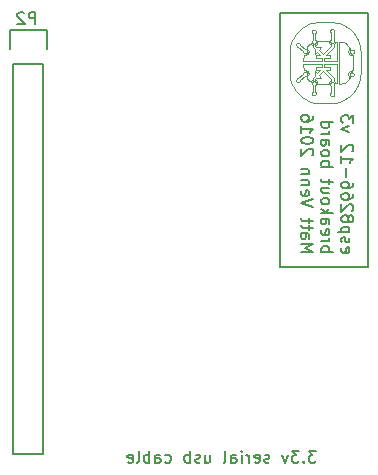
<source format=gbr>
G04 #@! TF.FileFunction,Legend,Bot*
%FSLAX46Y46*%
G04 Gerber Fmt 4.6, Leading zero omitted, Abs format (unit mm)*
G04 Created by KiCad (PCBNEW 4.1.0-alpha+201607250104+6992~46~ubuntu14.04.1-product) date Sat Aug 13 20:54:48 2016*
%MOMM*%
%LPD*%
G01*
G04 APERTURE LIST*
%ADD10C,0.100000*%
%ADD11C,0.200000*%
%ADD12C,0.150000*%
G04 APERTURE END LIST*
D10*
X139195500Y-103457907D02*
X139406230Y-103585675D01*
X139494450Y-105165430D02*
X139417030Y-105062230D01*
X139417030Y-105062230D02*
X139334780Y-104974830D01*
X138771460Y-104809530D02*
X138737450Y-104809900D01*
X139132030Y-104852600D02*
X138999600Y-104820480D01*
X138838520Y-104809530D02*
X138771460Y-104809530D01*
X138999600Y-104820480D02*
X138838520Y-104809530D01*
X139241780Y-104904530D02*
X139132030Y-104852600D01*
X139334780Y-104974830D02*
X139241780Y-104904530D01*
X138544310Y-104826180D02*
X138535130Y-104825210D01*
X138360660Y-104955960D02*
X138309340Y-105010210D01*
X138396090Y-104889440D02*
X138360660Y-104955960D01*
X138412360Y-104813710D02*
X138396090Y-104889440D01*
X138508880Y-104822600D02*
X138467320Y-104818690D01*
X138467320Y-104818690D02*
X138412360Y-104813710D01*
X138535130Y-104825210D02*
X138508880Y-104822600D01*
X137467210Y-106679320D02*
X138544310Y-106679320D01*
X138544310Y-104826180D02*
X138544310Y-104826180D01*
X138244990Y-105292870D02*
X137578320Y-105959540D01*
X138544310Y-106492850D02*
X138544310Y-104826180D01*
X138309340Y-105010210D02*
X138244990Y-105049110D01*
X138244990Y-105049110D02*
X138244990Y-105292870D01*
X137467210Y-106492850D02*
X138544310Y-106492850D01*
X139499270Y-105665100D02*
X139510930Y-105585190D01*
X139521140Y-105773230D02*
X139499270Y-105665100D01*
X137980670Y-104829050D02*
X137996610Y-104858460D01*
X138283720Y-104858460D02*
X138299610Y-104829050D01*
X138072890Y-104921070D02*
X138105390Y-104931170D01*
X138175160Y-104931170D02*
X138207660Y-104921070D01*
X138207660Y-104921070D02*
X138237020Y-104905180D01*
X138262610Y-104884070D02*
X138283720Y-104858460D01*
X138237020Y-104905180D02*
X138262610Y-104884070D01*
X135076475Y-108158110D02*
X135113150Y-108216260D01*
X134983539Y-108900350D02*
X134855771Y-108689620D01*
X135130403Y-109097010D02*
X134983539Y-108900350D01*
X135295171Y-109278330D02*
X135130403Y-109097010D01*
X135169519Y-108255540D02*
X135234243Y-108269710D01*
X135673150Y-109589960D02*
X135476486Y-109443100D01*
X136107450Y-109825100D02*
X135883870Y-109717720D01*
X138244990Y-107879290D02*
X137578320Y-107212620D01*
X135065299Y-108092680D02*
X135076475Y-108158110D01*
X134548100Y-107469300D02*
X134548100Y-105706390D01*
X134599858Y-107985680D02*
X134561284Y-107731350D01*
X134662683Y-108231030D02*
X134599858Y-107985680D01*
X134855771Y-108689620D02*
X134748404Y-108466040D01*
X134561284Y-107731350D02*
X134548100Y-107469300D01*
X134748404Y-108466040D02*
X134662683Y-108231030D01*
X137200560Y-107879290D02*
X137000520Y-107679320D01*
X135299565Y-108258530D02*
X135357617Y-108221790D01*
X135113150Y-108216260D02*
X135169519Y-108255540D01*
X135411110Y-108102000D02*
X135838190Y-107694010D01*
X135396679Y-108166080D02*
X135411110Y-108102000D01*
X135357617Y-108221790D02*
X135396679Y-108166080D01*
X135118737Y-107971470D02*
X135079458Y-108027850D01*
X135079458Y-108027850D02*
X135065299Y-108092680D01*
X135883870Y-109717720D02*
X135673150Y-109589960D01*
X134548100Y-105706390D02*
X134561284Y-105444290D01*
X135476486Y-109443100D02*
X135295171Y-109278330D01*
X135234243Y-108269710D02*
X135299565Y-108258530D01*
X138971930Y-103350540D02*
X139195500Y-103457907D01*
X137975130Y-103150290D02*
X138237230Y-103163419D01*
X138247920Y-104036032D02*
X138284490Y-103981344D01*
X138491570Y-103201994D02*
X138736910Y-103264819D01*
X138237230Y-103163419D02*
X138491570Y-103201994D01*
X138736910Y-103264819D02*
X138971930Y-103350540D01*
X138297880Y-103914504D02*
X138294410Y-103879565D01*
X138284490Y-103981344D02*
X138297880Y-103914504D01*
X138294410Y-103879565D02*
X138284270Y-103847068D01*
X138284270Y-103847068D02*
X138268310Y-103817662D01*
X134855771Y-104486010D02*
X134983539Y-104275290D01*
X134983539Y-104275290D02*
X135130403Y-104078621D01*
X134748404Y-104709600D02*
X134855771Y-104486010D01*
X136587810Y-103201994D02*
X136842160Y-103163419D01*
X134599858Y-105189940D02*
X134662683Y-104944610D01*
X134662683Y-104944610D02*
X134748404Y-104709600D01*
X136342480Y-103264819D02*
X136587810Y-103201994D01*
X138295500Y-104685330D02*
X138274930Y-104653110D01*
X138308630Y-104721850D02*
X138295500Y-104685330D01*
X138247920Y-104626300D02*
X138247920Y-104036032D01*
X138274930Y-104653110D02*
X138247920Y-104626300D01*
X138313180Y-104761720D02*
X138308630Y-104721850D01*
X138299610Y-104829050D02*
X138309710Y-104796610D01*
X138313180Y-104761720D02*
X138313180Y-104761720D01*
X134561284Y-105444290D02*
X134599858Y-105189940D01*
X137104200Y-103150290D02*
X137975130Y-103150290D01*
X136842160Y-103163419D02*
X137104200Y-103150290D01*
X136575340Y-103807246D02*
X136540450Y-103810718D01*
X136402040Y-103980476D02*
X136407360Y-104022957D01*
X136407360Y-104022957D02*
X136422280Y-104061586D01*
X136107450Y-103350540D02*
X136342480Y-103264819D01*
X136610230Y-103810718D02*
X136575340Y-103807246D01*
X135295171Y-103897307D02*
X135476486Y-103732539D01*
X135883870Y-103457907D02*
X136107450Y-103350540D01*
X135130403Y-104078621D02*
X135295171Y-103897307D01*
X135673150Y-103585675D02*
X135883870Y-103457907D01*
X135476486Y-103732539D02*
X135673150Y-103585675D01*
X135065299Y-105079390D02*
X135079458Y-105144220D01*
X135231639Y-105248330D02*
X135272221Y-105245070D01*
X135076475Y-105013960D02*
X135065299Y-105079390D01*
X135113150Y-104955850D02*
X135076475Y-105013960D01*
X135153135Y-105226190D02*
X135191329Y-105242080D01*
X135118737Y-105200640D02*
X135153135Y-105226190D01*
X135191329Y-105242080D02*
X135231639Y-105248330D01*
X135079458Y-105144220D02*
X135118737Y-105200640D01*
X139512950Y-107734930D02*
X139486420Y-107670210D01*
X139486420Y-107670210D02*
X139477030Y-107598430D01*
X139477030Y-107598430D02*
X139498890Y-107490250D01*
X138544310Y-106679320D02*
X138544310Y-108345980D01*
X138737450Y-104809900D02*
X138737450Y-108365790D01*
X138309710Y-104796610D02*
X138313180Y-104761720D01*
X136217860Y-105017320D02*
X136123890Y-105123000D01*
X136323430Y-104936640D02*
X136322090Y-104937290D01*
X136123890Y-105123000D02*
X136039790Y-105249080D01*
X136419910Y-105069010D02*
X136379320Y-105031800D01*
X136379320Y-105031800D02*
X136346770Y-104987260D01*
X136346770Y-104987260D02*
X136323430Y-104936640D01*
X136322090Y-104937290D02*
X136217860Y-105017320D01*
X137133880Y-105959540D02*
X136833850Y-105659510D01*
X137244990Y-106181760D02*
X136800540Y-106181760D01*
X136800540Y-106181760D02*
X136800540Y-105959540D01*
X136800540Y-105959540D02*
X137133880Y-105959540D01*
X137244990Y-106181760D02*
X137244990Y-106181760D01*
X137911660Y-105959540D02*
X137911660Y-106181760D01*
X137244990Y-106492850D02*
X137244990Y-106181760D01*
X137467210Y-106181760D02*
X137467210Y-106492850D01*
X137911660Y-106181760D02*
X137467210Y-106181760D01*
X137578320Y-105959540D02*
X137911660Y-105959540D01*
X137902160Y-104947760D02*
X137867710Y-104875330D01*
X137356100Y-105848430D02*
X138022770Y-105181760D01*
X138022770Y-105048780D02*
X138022770Y-105048780D01*
X137000520Y-105492850D02*
X137356100Y-105848430D01*
X138022770Y-105181760D02*
X138022770Y-105048780D01*
X138022770Y-105048780D02*
X137955060Y-105006730D01*
X137955060Y-105006730D02*
X137902160Y-104947760D01*
X136760610Y-105064510D02*
X136689430Y-105105690D01*
X136852790Y-104930830D02*
X136816380Y-105004890D01*
X136816380Y-105004890D02*
X136760610Y-105064510D01*
X136467210Y-105097720D02*
X136419910Y-105069010D01*
X136689430Y-105105690D02*
X136689430Y-105181760D01*
X136467210Y-105292870D02*
X136467210Y-105097720D01*
X136689430Y-105181760D02*
X136800540Y-105292870D01*
X136800540Y-105292870D02*
X137200560Y-105292870D01*
X137200560Y-105292870D02*
X137000520Y-105492850D01*
X136645000Y-105848430D02*
X136645000Y-105470650D01*
X136645000Y-105470650D02*
X136467210Y-105292870D01*
X136833850Y-105659510D02*
X136645000Y-105848430D01*
X137357840Y-104768890D02*
X137104030Y-104776910D01*
X137104030Y-104776910D02*
X136861310Y-104796350D01*
X137855770Y-104777250D02*
X137612020Y-104769800D01*
X137855390Y-104793190D02*
X137855770Y-104777250D01*
X137612020Y-104769800D02*
X137357840Y-104768890D01*
X136417350Y-104827690D02*
X136420880Y-104862580D01*
X136861310Y-104796350D02*
X136865810Y-104846360D01*
X136865810Y-104846360D02*
X136852790Y-104930830D01*
X138002310Y-103792000D02*
X137981210Y-103817662D01*
X138089770Y-103744746D02*
X138057320Y-103754891D01*
X138027920Y-103770841D02*
X138002310Y-103792000D01*
X138057320Y-103754891D02*
X138027920Y-103770841D01*
X137965310Y-103847068D02*
X137955230Y-103879565D01*
X137981210Y-103817662D02*
X137965310Y-103847068D01*
X138268310Y-103817662D02*
X138247160Y-103792000D01*
X138247160Y-103792000D02*
X138221490Y-103770841D01*
X138159590Y-103744746D02*
X138124660Y-103741273D01*
X138221490Y-103770841D02*
X138192090Y-103754891D01*
X138192090Y-103754891D02*
X138159590Y-103744746D01*
X138124660Y-103741273D02*
X138089770Y-103744746D01*
X138043430Y-104905180D02*
X138072890Y-104921070D01*
X138105390Y-104931170D02*
X138140280Y-104934690D01*
X138140280Y-104934690D02*
X138175160Y-104931170D01*
X138017770Y-104884070D02*
X138043430Y-104905180D01*
X137971170Y-104724180D02*
X137966990Y-104761720D01*
X137996610Y-104858460D02*
X138017770Y-104884070D01*
X137970520Y-104796610D02*
X137980670Y-104829050D01*
X137867710Y-104875330D02*
X137855390Y-104793190D01*
X137966990Y-104761720D02*
X137970520Y-104796610D01*
X138001450Y-104658600D02*
X137982950Y-104689510D01*
X138025700Y-104632220D02*
X138001450Y-104658600D01*
X138025700Y-104056215D02*
X138025700Y-104632220D01*
X137982950Y-104689510D02*
X137971170Y-104724180D01*
X137995310Y-104029087D02*
X138025700Y-104056215D01*
X137957000Y-103956984D02*
X137971930Y-103995614D01*
X137951700Y-103914504D02*
X137957000Y-103956984D01*
X137971930Y-103995614D02*
X137995310Y-104029087D01*
X137955230Y-103879565D02*
X137951700Y-103914504D01*
X135688510Y-105643030D02*
X135700390Y-105713550D01*
X136034380Y-105645790D02*
X136034380Y-105645790D01*
X136023200Y-105711220D02*
X136034380Y-105645790D01*
X135986420Y-105769370D02*
X136023200Y-105711220D01*
X135700390Y-105713550D02*
X135741620Y-105774970D01*
X136034380Y-105645790D02*
X136020210Y-105580960D01*
X136132460Y-105646330D02*
X136110600Y-105754830D01*
X135741620Y-105774970D02*
X135799780Y-105811640D01*
X135962210Y-105903220D02*
X135853660Y-105925140D01*
X135799780Y-105811640D02*
X135865210Y-105822820D01*
X135776940Y-105914400D02*
X135746990Y-106029530D01*
X135865210Y-105822820D02*
X135930040Y-105808650D01*
X135746990Y-106029530D02*
X135721660Y-106137430D01*
X135980880Y-105524580D02*
X135913440Y-105484500D01*
X136085810Y-105491540D02*
X136120200Y-105564080D01*
X135965140Y-105390420D02*
X136032910Y-105432420D01*
X135913440Y-105484500D02*
X135837810Y-105478100D01*
X136032910Y-105432420D02*
X136085810Y-105491540D01*
X136020210Y-105580960D02*
X135980880Y-105524580D01*
X136110600Y-105754830D02*
X136050810Y-105843430D01*
X135853660Y-105925140D02*
X135776940Y-105914400D01*
X135930040Y-105808650D02*
X135986420Y-105769370D01*
X136050810Y-105843430D02*
X135962210Y-105903220D01*
X135683900Y-106321510D02*
X135671200Y-106392690D01*
X135657150Y-106480860D02*
X135655410Y-106492850D01*
X135721660Y-106137430D02*
X135700660Y-106235640D01*
X135662300Y-106446680D02*
X135657150Y-106480860D01*
X135671200Y-106392690D02*
X135662300Y-106446680D01*
X135700660Y-106235640D02*
X135683900Y-106321510D01*
X136672070Y-103836814D02*
X136642730Y-103820864D01*
X136718780Y-103883634D02*
X136697680Y-103857972D01*
X136734680Y-103913040D02*
X136718780Y-103883634D01*
X136697680Y-103857972D02*
X136672070Y-103836814D01*
X136642730Y-103820864D02*
X136610230Y-103810718D01*
X136748240Y-103980476D02*
X136744770Y-103945537D01*
X136744770Y-103945537D02*
X136734680Y-103913040D01*
X136734840Y-104047316D02*
X136748240Y-103980476D01*
X136725240Y-104719080D02*
X136698230Y-104692280D01*
X136433290Y-104755480D02*
X136421530Y-104790150D01*
X136745850Y-104751300D02*
X136725240Y-104719080D01*
X136421530Y-104790150D02*
X136417350Y-104827690D01*
X136758990Y-104787820D02*
X136745850Y-104751300D01*
X136476000Y-104698190D02*
X136451790Y-104724570D01*
X136431730Y-103883634D02*
X136415720Y-103913040D01*
X136540450Y-103810718D02*
X136507950Y-103820864D01*
X136405570Y-103945537D02*
X136402040Y-103980476D01*
X136507950Y-103820864D02*
X136478540Y-103836814D01*
X136478540Y-103836814D02*
X136452890Y-103857972D01*
X136452890Y-103857972D02*
X136431730Y-103883634D01*
X136415720Y-103913040D02*
X136405570Y-103945537D01*
X136476000Y-104122187D02*
X136476000Y-104698190D01*
X136451790Y-104724570D02*
X136433290Y-104755480D01*
X136422280Y-104061586D02*
X136445610Y-104095059D01*
X136445610Y-104095059D02*
X136476000Y-104122187D01*
X136698230Y-104692280D02*
X136698230Y-104102004D01*
X136698230Y-104102004D02*
X136734840Y-104047316D01*
X136110600Y-107417280D02*
X136050810Y-107328680D01*
X136645000Y-107323730D02*
X136645000Y-107701550D01*
X136800540Y-107212620D02*
X137133880Y-107212620D01*
X136833850Y-107512650D02*
X136645000Y-107323730D01*
X136645000Y-107701550D02*
X136467210Y-107879290D01*
X135272547Y-107927040D02*
X135231911Y-107923680D01*
X135688510Y-107529080D02*
X135272547Y-107927040D01*
X135191492Y-107929910D02*
X135153189Y-107945800D01*
X135700440Y-107458550D02*
X135688510Y-107529080D01*
X135231911Y-107923680D02*
X135191492Y-107929910D01*
X135741620Y-107397140D02*
X135700440Y-107458550D01*
X135153189Y-107945800D02*
X135118737Y-107971470D01*
X136034380Y-107526320D02*
X136034380Y-107526320D01*
X136132460Y-107525830D02*
X136110600Y-107417280D01*
X136034380Y-107526320D02*
X136023200Y-107460830D01*
X136120200Y-107608030D02*
X136132460Y-107525830D01*
X136020210Y-107591150D02*
X136034380Y-107526320D01*
X136085810Y-107680570D02*
X136120200Y-107608030D01*
X135913610Y-107687510D02*
X135980880Y-107647530D01*
X135980880Y-107647530D02*
X136020210Y-107591150D01*
X136032910Y-107739710D02*
X136085810Y-107680570D01*
X135838190Y-107694010D02*
X135913610Y-107687510D01*
X137356100Y-107323730D02*
X138022770Y-107990400D01*
X137578320Y-107212620D02*
X137911660Y-107212620D01*
X137911660Y-107212620D02*
X137911660Y-106990400D01*
X137911660Y-106990400D02*
X137467210Y-106990400D01*
X135930040Y-107363400D02*
X135865210Y-107349230D01*
X136023200Y-107460830D02*
X135986420Y-107402730D01*
X135986420Y-107402730D02*
X135930040Y-107363400D01*
X135799780Y-107360420D02*
X135741620Y-107397140D01*
X135865210Y-107349230D02*
X135799780Y-107360420D01*
X137133880Y-107212620D02*
X136833850Y-107512650D01*
X137244990Y-106990400D02*
X136800540Y-106990400D01*
X137244990Y-106990400D02*
X137244990Y-106990400D01*
X137467210Y-106990400D02*
X137467210Y-106679320D01*
X137000520Y-107679320D02*
X137356100Y-107323730D01*
X137244990Y-106679320D02*
X137244990Y-106990460D01*
X136800540Y-106990400D02*
X136800540Y-107212620D01*
X135655410Y-106679320D02*
X137244990Y-106679320D01*
X137244990Y-106990460D02*
X137244990Y-106990400D01*
X135655410Y-106492850D02*
X137244990Y-106492850D01*
X136446970Y-104924430D02*
X136468130Y-104950040D01*
X136493790Y-104971150D02*
X136523200Y-104987040D01*
X136420880Y-104862580D02*
X136431020Y-104895030D01*
X136555700Y-104997140D02*
X136590590Y-105000670D01*
X136523200Y-104987040D02*
X136555700Y-104997140D01*
X136468130Y-104950040D02*
X136493790Y-104971150D01*
X136431020Y-104895030D02*
X136446970Y-104924430D01*
X136763540Y-104827690D02*
X136763540Y-104827690D01*
X136760070Y-104862580D02*
X136763540Y-104827690D01*
X136749980Y-104895030D02*
X136760070Y-104862580D01*
X136763540Y-104827690D02*
X136758990Y-104787820D01*
X136625520Y-104997140D02*
X136657960Y-104987040D01*
X136590590Y-105000670D02*
X136625520Y-104997140D01*
X136712980Y-104950040D02*
X136734090Y-104924430D01*
X136687360Y-104971150D02*
X136712980Y-104950040D01*
X136734090Y-104924430D02*
X136749980Y-104895030D01*
X136657960Y-104987040D02*
X136687360Y-104971150D01*
X135234243Y-104902350D02*
X135169519Y-104916510D01*
X135169519Y-104916510D02*
X135113150Y-104955850D01*
X135396679Y-105005970D02*
X135357617Y-104950320D01*
X135357617Y-104950320D02*
X135299565Y-104913530D01*
X135299565Y-104913530D02*
X135234243Y-104902350D01*
X135411110Y-105070110D02*
X135396679Y-105005970D01*
X135272221Y-105245070D02*
X135688510Y-105643030D01*
X135837810Y-105478100D02*
X135411110Y-105070110D01*
X136039790Y-105249080D02*
X135965140Y-105390420D01*
X136120200Y-105564080D02*
X136132460Y-105646330D01*
X135700660Y-106936530D02*
X135683900Y-106850600D01*
X135683900Y-106850600D02*
X135671200Y-106779410D01*
X135671200Y-106779410D02*
X135662300Y-106725430D01*
X135657150Y-106691250D02*
X135655410Y-106679320D01*
X135662300Y-106725430D02*
X135657150Y-106691250D01*
X135721660Y-107034680D02*
X135700660Y-106936530D01*
X135962210Y-107268890D02*
X135853660Y-107247030D01*
X136050810Y-107328680D02*
X135962210Y-107268890D01*
X135853660Y-107247030D02*
X135776940Y-107257820D01*
X135746990Y-107142640D02*
X135721660Y-107034680D01*
X135776940Y-107257820D02*
X135746990Y-107142640D01*
X139110060Y-108328460D02*
X139210480Y-108283110D01*
X138737450Y-108365790D02*
X138771460Y-108366110D01*
X139295600Y-108221470D02*
X139371670Y-108144650D01*
X139210480Y-108283110D02*
X139295600Y-108221470D01*
X138988160Y-108356510D02*
X139110060Y-108328460D01*
X138771460Y-108366110D02*
X138838520Y-108366110D01*
X138838520Y-108366110D02*
X138988160Y-108356510D01*
X138412360Y-108358460D02*
X138396090Y-108282720D01*
X138244990Y-108123050D02*
X138244990Y-107879290D01*
X138544310Y-108345980D02*
X138544310Y-108345980D01*
X138467320Y-108353420D02*
X138412360Y-108358460D01*
X138535130Y-108346900D02*
X138508880Y-108349510D01*
X138544310Y-108345980D02*
X138535130Y-108346900D01*
X138508880Y-108349510D02*
X138467320Y-108353420D01*
X139371670Y-108144650D02*
X139444910Y-108053670D01*
X139444910Y-108053670D02*
X139521520Y-107949720D01*
X136758990Y-108384230D02*
X136763540Y-108344410D01*
X136861310Y-108375820D02*
X136865810Y-108325860D01*
X136763540Y-108344410D02*
X136760070Y-108309470D01*
X136763540Y-108344410D02*
X136763540Y-108344410D01*
X137104030Y-108395190D02*
X136861310Y-108375820D01*
X136800540Y-107879290D02*
X137200560Y-107879290D01*
X136865810Y-108325860D02*
X136852790Y-108241330D01*
X137855770Y-108394920D02*
X137612020Y-108402300D01*
X137867710Y-108296830D02*
X137855390Y-108378970D01*
X137612020Y-108402300D02*
X137357840Y-108403220D01*
X137357840Y-108403220D02*
X137104030Y-108395190D01*
X137855390Y-108378970D02*
X137855770Y-108394920D01*
X136467210Y-108074440D02*
X136419910Y-108103140D01*
X136689430Y-108066470D02*
X136689430Y-107990400D01*
X136816380Y-108167280D02*
X136760610Y-108107600D01*
X136467210Y-107879290D02*
X136467210Y-108074440D01*
X136689430Y-107990400D02*
X136800540Y-107879290D01*
X136419910Y-108103140D02*
X136379320Y-108140360D01*
X136760610Y-108107600D02*
X136689430Y-108066470D01*
X136420880Y-108309470D02*
X136417350Y-108344410D01*
X136417350Y-108344410D02*
X136421530Y-108381900D01*
X136446970Y-108247620D02*
X136431020Y-108277030D01*
X136431020Y-108277030D02*
X136420880Y-108309470D01*
X136468130Y-108222010D02*
X136446970Y-108247620D01*
X136346770Y-108184850D02*
X136323430Y-108235580D01*
X136322090Y-108234870D02*
X136217860Y-108154790D01*
X136379320Y-108140360D02*
X136346770Y-108184850D01*
X136217860Y-108154790D02*
X136123890Y-108049160D01*
X136323430Y-108235580D02*
X136322090Y-108234870D01*
X135965140Y-107781750D02*
X136032910Y-107739710D01*
X136039790Y-107923030D02*
X135965140Y-107781750D01*
X136123890Y-108049160D02*
X136039790Y-107923030D01*
X136657960Y-108185010D02*
X136625520Y-108174920D01*
X136555700Y-108174920D02*
X136523200Y-108185010D01*
X136523200Y-108185010D02*
X136493790Y-108200910D01*
X136493790Y-108200910D02*
X136468130Y-108222010D01*
X136590590Y-108171440D02*
X136555700Y-108174920D01*
X136625520Y-108174920D02*
X136590590Y-108171440D01*
X136852790Y-108241330D02*
X136816380Y-108167280D01*
X136687360Y-108200910D02*
X136657960Y-108185010D01*
X136734090Y-108247620D02*
X136712980Y-108222010D01*
X136749980Y-108277030D02*
X136734090Y-108247620D01*
X136712980Y-108222010D02*
X136687360Y-108200910D01*
X136760070Y-108309470D02*
X136749980Y-108277030D01*
X136540450Y-109361330D02*
X136575340Y-109364860D01*
X136575340Y-109364860D02*
X136610230Y-109361330D01*
X136478540Y-109335230D02*
X136507950Y-109351190D01*
X136342480Y-109910820D02*
X136107450Y-109825100D01*
X136507950Y-109351190D02*
X136540450Y-109361330D01*
X136725240Y-108452970D02*
X136745850Y-108420750D01*
X136421530Y-108381900D02*
X136433290Y-108416570D01*
X136433290Y-108416570D02*
X136451790Y-108447480D01*
X136698230Y-108479830D02*
X136725240Y-108452970D01*
X136451790Y-108447480D02*
X136476000Y-108473910D01*
X136745850Y-108420750D02*
X136758990Y-108384230D01*
X137955230Y-109292760D02*
X137965310Y-109325260D01*
X136642730Y-109351190D02*
X136672070Y-109335230D01*
X136610230Y-109361330D02*
X136642730Y-109351190D01*
X137951700Y-109257930D02*
X137955230Y-109292760D01*
X136734680Y-109259010D02*
X136744770Y-109226510D01*
X136748240Y-109191640D02*
X136734840Y-109124730D01*
X136672070Y-109335230D02*
X136697680Y-109314080D01*
X136718780Y-109288420D02*
X136734680Y-109259010D01*
X136744770Y-109226510D02*
X136748240Y-109191640D01*
X136697680Y-109314080D02*
X136718780Y-109288420D01*
X136445610Y-109077000D02*
X136422280Y-109110470D01*
X136734840Y-109124730D02*
X136698230Y-109070110D01*
X136422280Y-109110470D02*
X136407360Y-109149100D01*
X136476000Y-109049920D02*
X136445610Y-109077000D01*
X136698230Y-109070110D02*
X136698230Y-108479830D01*
X136476000Y-108473910D02*
X136476000Y-109049920D01*
X136452890Y-109314080D02*
X136478540Y-109335230D01*
X136431730Y-109288420D02*
X136452890Y-109314080D01*
X136415720Y-109259010D02*
X136431730Y-109288420D01*
X136402040Y-109191640D02*
X136405570Y-109226510D01*
X136405570Y-109226510D02*
X136415720Y-109259010D01*
X136407360Y-109149100D02*
X136402040Y-109191640D01*
X138299610Y-108343280D02*
X138283720Y-108313860D01*
X138309710Y-108375760D02*
X138299610Y-108343280D01*
X138283720Y-108313860D02*
X138262610Y-108288210D01*
X138309340Y-108161900D02*
X138244990Y-108123050D01*
X138396090Y-108282720D02*
X138360660Y-108216150D01*
X138360660Y-108216150D02*
X138309340Y-108161900D01*
X138313180Y-108410710D02*
X138313180Y-108410710D01*
X138274930Y-108519000D02*
X138295500Y-108486870D01*
X138295500Y-108486870D02*
X138308630Y-108450470D01*
X138308630Y-108450470D02*
X138313180Y-108410710D01*
X138313180Y-108410710D02*
X138309710Y-108375760D01*
X137996610Y-108313860D02*
X137980670Y-108343280D01*
X137970520Y-108375760D02*
X137966990Y-108410710D01*
X137966990Y-108410710D02*
X137982950Y-108482710D01*
X137980670Y-108343280D02*
X137970520Y-108375760D01*
X138262610Y-108288210D02*
X138237020Y-108267040D01*
X138237020Y-108267040D02*
X138207660Y-108251040D01*
X138140280Y-108237420D02*
X138105390Y-108240890D01*
X138175160Y-108240890D02*
X138140280Y-108237420D01*
X138207660Y-108251040D02*
X138175160Y-108240890D01*
X138105390Y-108240890D02*
X138072890Y-108251040D01*
X138043430Y-108267040D02*
X138017770Y-108288210D01*
X137902160Y-108224400D02*
X137867710Y-108296830D01*
X138022770Y-107990400D02*
X138022770Y-108123430D01*
X138022770Y-108123430D02*
X138022770Y-108123430D01*
X138072890Y-108251040D02*
X138043430Y-108267040D01*
X137955060Y-108165370D02*
X137902160Y-108224400D01*
X138022770Y-108123430D02*
X137955060Y-108165370D01*
X138017770Y-108288210D02*
X137996610Y-108313860D01*
X139406230Y-109589960D02*
X139195500Y-109717720D01*
X139195500Y-109717720D02*
X138971930Y-109825100D01*
X138971930Y-109825100D02*
X138736910Y-109910820D01*
X138002310Y-109380220D02*
X138027920Y-109401320D01*
X138027920Y-109401320D02*
X138057320Y-109417220D01*
X137981210Y-109354610D02*
X138002310Y-109380220D01*
X138247160Y-109380220D02*
X138268310Y-109354610D01*
X138159590Y-109427300D02*
X138192090Y-109417220D01*
X138057320Y-109417220D02*
X138089770Y-109427300D01*
X138025700Y-109115890D02*
X137995310Y-109143030D01*
X137982950Y-108482710D02*
X138025700Y-108539890D01*
X138025700Y-108539890D02*
X138025700Y-109115890D01*
X137995310Y-109143030D02*
X137971930Y-109176610D01*
X138247920Y-109136080D02*
X138247920Y-108545800D01*
X138247920Y-108545800D02*
X138274930Y-108519000D01*
X138284490Y-109190870D02*
X138247920Y-109136080D01*
X138268310Y-109354610D02*
X138284270Y-109325260D01*
X137965310Y-109325260D02*
X137981210Y-109354610D01*
X138294410Y-109292760D02*
X138297880Y-109257930D01*
X138297880Y-109257930D02*
X138284490Y-109190870D01*
X138284270Y-109325260D02*
X138294410Y-109292760D01*
X137957000Y-109215350D02*
X137951700Y-109257930D01*
X137971930Y-109176610D02*
X137957000Y-109215350D01*
X138192090Y-109417220D02*
X138221490Y-109401320D01*
X138221490Y-109401320D02*
X138247160Y-109380220D01*
X138089770Y-109427300D02*
X138124660Y-109430830D01*
X138124660Y-109430830D02*
X138159590Y-109427300D01*
D11*
X136750000Y-139452380D02*
X136130952Y-139452380D01*
X136464285Y-139833333D01*
X136321428Y-139833333D01*
X136226190Y-139880952D01*
X136178571Y-139928571D01*
X136130952Y-140023809D01*
X136130952Y-140261904D01*
X136178571Y-140357142D01*
X136226190Y-140404761D01*
X136321428Y-140452380D01*
X136607142Y-140452380D01*
X136702380Y-140404761D01*
X136750000Y-140357142D01*
X135702380Y-140357142D02*
X135654761Y-140404761D01*
X135702380Y-140452380D01*
X135750000Y-140404761D01*
X135702380Y-140357142D01*
X135702380Y-140452380D01*
X135321428Y-139452380D02*
X134702380Y-139452380D01*
X135035714Y-139833333D01*
X134892857Y-139833333D01*
X134797619Y-139880952D01*
X134750000Y-139928571D01*
X134702380Y-140023809D01*
X134702380Y-140261904D01*
X134750000Y-140357142D01*
X134797619Y-140404761D01*
X134892857Y-140452380D01*
X135178571Y-140452380D01*
X135273809Y-140404761D01*
X135321428Y-140357142D01*
X134369047Y-139785714D02*
X134130952Y-140452380D01*
X133892857Y-139785714D01*
X132797619Y-140404761D02*
X132702380Y-140452380D01*
X132511904Y-140452380D01*
X132416666Y-140404761D01*
X132369047Y-140309523D01*
X132369047Y-140261904D01*
X132416666Y-140166666D01*
X132511904Y-140119047D01*
X132654761Y-140119047D01*
X132750000Y-140071428D01*
X132797619Y-139976190D01*
X132797619Y-139928571D01*
X132750000Y-139833333D01*
X132654761Y-139785714D01*
X132511904Y-139785714D01*
X132416666Y-139833333D01*
X131559523Y-140404761D02*
X131654761Y-140452380D01*
X131845238Y-140452380D01*
X131940476Y-140404761D01*
X131988095Y-140309523D01*
X131988095Y-139928571D01*
X131940476Y-139833333D01*
X131845238Y-139785714D01*
X131654761Y-139785714D01*
X131559523Y-139833333D01*
X131511904Y-139928571D01*
X131511904Y-140023809D01*
X131988095Y-140119047D01*
X131083333Y-140452380D02*
X131083333Y-139785714D01*
X131083333Y-139976190D02*
X131035714Y-139880952D01*
X130988095Y-139833333D01*
X130892857Y-139785714D01*
X130797619Y-139785714D01*
X130464285Y-140452380D02*
X130464285Y-139785714D01*
X130464285Y-139452380D02*
X130511904Y-139500000D01*
X130464285Y-139547619D01*
X130416666Y-139500000D01*
X130464285Y-139452380D01*
X130464285Y-139547619D01*
X129559523Y-140452380D02*
X129559523Y-139928571D01*
X129607142Y-139833333D01*
X129702380Y-139785714D01*
X129892857Y-139785714D01*
X129988095Y-139833333D01*
X129559523Y-140404761D02*
X129654761Y-140452380D01*
X129892857Y-140452380D01*
X129988095Y-140404761D01*
X130035714Y-140309523D01*
X130035714Y-140214285D01*
X129988095Y-140119047D01*
X129892857Y-140071428D01*
X129654761Y-140071428D01*
X129559523Y-140023809D01*
X128940476Y-140452380D02*
X129035714Y-140404761D01*
X129083333Y-140309523D01*
X129083333Y-139452380D01*
X127369047Y-139785714D02*
X127369047Y-140452380D01*
X127797619Y-139785714D02*
X127797619Y-140309523D01*
X127750000Y-140404761D01*
X127654761Y-140452380D01*
X127511904Y-140452380D01*
X127416666Y-140404761D01*
X127369047Y-140357142D01*
X126940476Y-140404761D02*
X126845238Y-140452380D01*
X126654761Y-140452380D01*
X126559523Y-140404761D01*
X126511904Y-140309523D01*
X126511904Y-140261904D01*
X126559523Y-140166666D01*
X126654761Y-140119047D01*
X126797619Y-140119047D01*
X126892857Y-140071428D01*
X126940476Y-139976190D01*
X126940476Y-139928571D01*
X126892857Y-139833333D01*
X126797619Y-139785714D01*
X126654761Y-139785714D01*
X126559523Y-139833333D01*
X126083333Y-140452380D02*
X126083333Y-139452380D01*
X126083333Y-139833333D02*
X125988095Y-139785714D01*
X125797619Y-139785714D01*
X125702380Y-139833333D01*
X125654761Y-139880952D01*
X125607142Y-139976190D01*
X125607142Y-140261904D01*
X125654761Y-140357142D01*
X125702380Y-140404761D01*
X125797619Y-140452380D01*
X125988095Y-140452380D01*
X126083333Y-140404761D01*
X123988095Y-140404761D02*
X124083333Y-140452380D01*
X124273809Y-140452380D01*
X124369047Y-140404761D01*
X124416666Y-140357142D01*
X124464285Y-140261904D01*
X124464285Y-139976190D01*
X124416666Y-139880952D01*
X124369047Y-139833333D01*
X124273809Y-139785714D01*
X124083333Y-139785714D01*
X123988095Y-139833333D01*
X123130952Y-140452380D02*
X123130952Y-139928571D01*
X123178571Y-139833333D01*
X123273809Y-139785714D01*
X123464285Y-139785714D01*
X123559523Y-139833333D01*
X123130952Y-140404761D02*
X123226190Y-140452380D01*
X123464285Y-140452380D01*
X123559523Y-140404761D01*
X123607142Y-140309523D01*
X123607142Y-140214285D01*
X123559523Y-140119047D01*
X123464285Y-140071428D01*
X123226190Y-140071428D01*
X123130952Y-140023809D01*
X122654761Y-140452380D02*
X122654761Y-139452380D01*
X122654761Y-139833333D02*
X122559523Y-139785714D01*
X122369047Y-139785714D01*
X122273809Y-139833333D01*
X122226190Y-139880952D01*
X122178571Y-139976190D01*
X122178571Y-140261904D01*
X122226190Y-140357142D01*
X122273809Y-140404761D01*
X122369047Y-140452380D01*
X122559523Y-140452380D01*
X122654761Y-140404761D01*
X121607142Y-140452380D02*
X121702380Y-140404761D01*
X121750000Y-140309523D01*
X121750000Y-139452380D01*
X120845238Y-140404761D02*
X120940476Y-140452380D01*
X121130952Y-140452380D01*
X121226190Y-140404761D01*
X121273809Y-140309523D01*
X121273809Y-139928571D01*
X121226190Y-139833333D01*
X121130952Y-139785714D01*
X120940476Y-139785714D01*
X120845238Y-139833333D01*
X120797619Y-139928571D01*
X120797619Y-140023809D01*
X121273809Y-140119047D01*
X133705000Y-123915000D02*
X133705000Y-102415000D01*
X134705000Y-123915000D02*
X133705000Y-123915000D01*
X141205000Y-123915000D02*
X134705000Y-123915000D01*
X141205000Y-102415000D02*
X141205000Y-123915000D01*
X133705000Y-102415000D02*
X141205000Y-102415000D01*
D10*
X139680270Y-107736780D02*
X139654660Y-107715610D01*
X140095850Y-104275290D02*
X140223610Y-104486010D01*
X139865590Y-105928290D02*
X139777040Y-105942870D01*
X140416700Y-104944610D02*
X140479530Y-105189940D01*
X140330980Y-108466040D02*
X140223610Y-108689620D01*
X139580660Y-105861500D02*
X139521140Y-105773230D01*
X139617540Y-107525830D02*
X139633490Y-107496430D01*
X139899450Y-107470820D02*
X139920600Y-107496430D01*
X139777040Y-107420150D02*
X139811930Y-107423620D01*
X139873840Y-107736780D02*
X139844430Y-107752720D01*
X140095850Y-108900350D02*
X139948980Y-109097010D01*
X139799240Y-105833010D02*
X139799240Y-105833010D01*
X139607450Y-107558330D02*
X139617540Y-107525830D01*
X139896030Y-105803390D02*
X139866630Y-105819400D01*
X139846490Y-107336280D02*
X139876230Y-107174920D01*
X138237230Y-110012220D02*
X137975130Y-110025400D01*
X139968890Y-105694780D02*
X139958790Y-105727220D01*
X139811930Y-107423620D02*
X139844430Y-107433710D01*
X139948980Y-109097010D02*
X139784210Y-109278330D01*
X139607610Y-107833830D02*
X139554180Y-107790260D01*
X140479530Y-105189940D02*
X140518100Y-105444290D01*
X139406230Y-103585675D02*
X139602890Y-103732539D01*
X140518100Y-107731350D02*
X140479530Y-107985680D01*
X139676850Y-105537440D02*
X139702500Y-105516330D01*
X139784210Y-109278330D02*
X139602890Y-109443100D01*
X139886420Y-107007440D02*
X139886420Y-106168570D01*
X139950110Y-107593220D02*
X139946640Y-107628100D01*
X139777040Y-107766330D02*
X139777040Y-107766330D01*
X139633490Y-107690000D02*
X139617540Y-107660600D01*
X139709670Y-107433710D02*
X139742170Y-107423620D01*
X139876230Y-107174920D02*
X139886420Y-107007440D01*
X139873840Y-107449660D02*
X139899450Y-107470820D01*
X139676850Y-105782290D02*
X139655740Y-105756620D01*
X139834130Y-105829480D02*
X139799240Y-105833010D01*
X139866630Y-105819400D02*
X139834130Y-105829480D01*
X139958790Y-105592510D02*
X139968890Y-105625010D01*
X139948980Y-104078621D02*
X140095850Y-104275290D01*
X139742170Y-107762820D02*
X139709670Y-107752720D01*
X139764350Y-105829480D02*
X139731910Y-105819400D01*
X139633490Y-107496430D02*
X139654660Y-107470820D01*
X139629640Y-105694780D02*
X139626110Y-105659890D01*
X139602890Y-103732539D02*
X139784210Y-103897307D01*
X139958790Y-105727220D02*
X139942790Y-105756620D01*
X139844430Y-107752720D02*
X139811930Y-107762820D01*
X137975130Y-110025400D02*
X137104200Y-110025400D01*
X139709670Y-107752720D02*
X139680270Y-107736780D01*
X139811930Y-107762820D02*
X139777040Y-107766330D01*
X139920600Y-107496430D02*
X139936560Y-107525830D01*
X139972360Y-105659890D02*
X139968890Y-105694780D01*
X139777040Y-107766330D02*
X139742170Y-107762820D01*
X139899450Y-107715610D02*
X139873840Y-107736780D01*
X139558410Y-107401970D02*
X139646680Y-107342460D01*
X139658610Y-105413690D02*
X139573000Y-105283000D01*
X139844430Y-107433710D02*
X139873840Y-107449660D01*
X139946640Y-107628100D02*
X139936560Y-107660600D01*
X139543660Y-105514390D02*
X139594000Y-105456070D01*
X139942790Y-105756620D02*
X139921680Y-105782290D01*
X139936560Y-107660600D02*
X139920600Y-107690000D01*
X139617540Y-107660600D02*
X139607450Y-107628100D01*
X139936560Y-107525830D02*
X139946640Y-107558330D01*
X139896030Y-105516330D02*
X139921680Y-105537440D01*
X140531230Y-105706390D02*
X140531230Y-105706390D01*
X139920600Y-107690000D02*
X139899450Y-107715610D01*
X139742170Y-107423620D02*
X139777040Y-107420150D01*
X140479530Y-107985680D02*
X140416700Y-108231030D01*
X139866630Y-105500330D02*
X139896030Y-105516330D01*
X140223610Y-104486010D02*
X140330980Y-104709600D01*
X139784210Y-103897307D02*
X139948980Y-104078621D01*
X139639740Y-105592510D02*
X139655740Y-105563110D01*
X139603930Y-107593220D02*
X139607450Y-107558330D01*
X139921680Y-105537440D02*
X139942790Y-105563110D01*
X139921680Y-105782290D02*
X139896030Y-105803390D01*
X139799240Y-105486780D02*
X139834130Y-105490250D01*
X139602890Y-109443100D02*
X139406230Y-109589960D01*
X136842160Y-110012220D02*
X136587810Y-109973640D01*
X139654660Y-107715610D02*
X139633490Y-107690000D01*
X139607450Y-107628100D02*
X139603930Y-107593220D01*
X139668920Y-105921010D02*
X139580660Y-105861500D01*
X139654660Y-107470820D02*
X139680270Y-107449660D01*
X139629640Y-105625010D02*
X139639740Y-105592510D01*
X139754810Y-107320650D02*
X139846490Y-107336280D01*
X139554180Y-107790260D02*
X139512950Y-107734930D01*
X139680270Y-107449660D02*
X139709670Y-107433710D01*
X138736910Y-109910820D02*
X138491570Y-109973640D01*
X140416700Y-108231030D02*
X140330980Y-108466040D01*
X139510930Y-105585190D02*
X139543660Y-105514390D01*
X137104200Y-110025400D02*
X136842160Y-110012220D01*
X136587810Y-109973640D02*
X136342480Y-109910820D01*
X139498890Y-107490250D02*
X139558410Y-107401970D01*
X140531230Y-105706390D02*
X140531230Y-107469300D01*
X139799240Y-105833010D02*
X139764350Y-105829480D01*
X139655740Y-105563110D02*
X139676850Y-105537440D01*
X139777040Y-105942870D02*
X139668920Y-105921010D01*
X139702500Y-105516330D02*
X139731910Y-105500330D01*
X138491570Y-109973640D02*
X138237230Y-110012220D01*
X139968890Y-105625010D02*
X139972360Y-105659890D01*
X139764350Y-105490250D02*
X139799240Y-105486780D01*
X140518100Y-105444290D02*
X140531230Y-105706390D01*
X139886420Y-106168570D02*
X139865590Y-105928290D01*
X139626110Y-105659890D02*
X139629640Y-105625010D01*
X139731910Y-105819400D02*
X139702500Y-105803390D01*
X140223610Y-108689620D02*
X140095850Y-108900350D01*
X139942790Y-105563110D02*
X139958790Y-105592510D01*
X139639740Y-105727220D02*
X139629640Y-105694780D01*
X139731910Y-105500330D02*
X139764350Y-105490250D01*
X139946640Y-107558330D02*
X139950110Y-107593220D01*
X139702500Y-105803390D02*
X139676850Y-105782290D01*
X139886420Y-106168570D02*
X139886420Y-106168570D01*
X139834130Y-105490250D02*
X139866630Y-105500330D01*
X139521520Y-107949720D02*
X139607610Y-107833830D01*
X140330980Y-104709600D02*
X140416700Y-104944610D01*
X139646680Y-107342460D02*
X139754810Y-107320650D01*
X139594000Y-105456070D02*
X139658610Y-105413690D01*
X140531230Y-107469300D02*
X140518100Y-107731350D01*
X139655740Y-105756620D02*
X139639740Y-105727220D01*
X139573000Y-105283000D02*
X139494450Y-105165430D01*
D11*
X138963238Y-122250952D02*
X138915619Y-122346190D01*
X138915619Y-122536666D01*
X138963238Y-122631904D01*
X139058476Y-122679523D01*
X139439428Y-122679523D01*
X139534666Y-122631904D01*
X139582285Y-122536666D01*
X139582285Y-122346190D01*
X139534666Y-122250952D01*
X139439428Y-122203333D01*
X139344190Y-122203333D01*
X139248952Y-122679523D01*
X138963238Y-121822380D02*
X138915619Y-121727142D01*
X138915619Y-121536666D01*
X138963238Y-121441428D01*
X139058476Y-121393809D01*
X139106095Y-121393809D01*
X139201333Y-121441428D01*
X139248952Y-121536666D01*
X139248952Y-121679523D01*
X139296571Y-121774761D01*
X139391809Y-121822380D01*
X139439428Y-121822380D01*
X139534666Y-121774761D01*
X139582285Y-121679523D01*
X139582285Y-121536666D01*
X139534666Y-121441428D01*
X139582285Y-120965238D02*
X138582285Y-120965238D01*
X139534666Y-120965238D02*
X139582285Y-120870000D01*
X139582285Y-120679523D01*
X139534666Y-120584285D01*
X139487047Y-120536666D01*
X139391809Y-120489047D01*
X139106095Y-120489047D01*
X139010857Y-120536666D01*
X138963238Y-120584285D01*
X138915619Y-120679523D01*
X138915619Y-120870000D01*
X138963238Y-120965238D01*
X139487047Y-119917619D02*
X139534666Y-120012857D01*
X139582285Y-120060476D01*
X139677523Y-120108095D01*
X139725142Y-120108095D01*
X139820380Y-120060476D01*
X139868000Y-120012857D01*
X139915619Y-119917619D01*
X139915619Y-119727142D01*
X139868000Y-119631904D01*
X139820380Y-119584285D01*
X139725142Y-119536666D01*
X139677523Y-119536666D01*
X139582285Y-119584285D01*
X139534666Y-119631904D01*
X139487047Y-119727142D01*
X139487047Y-119917619D01*
X139439428Y-120012857D01*
X139391809Y-120060476D01*
X139296571Y-120108095D01*
X139106095Y-120108095D01*
X139010857Y-120060476D01*
X138963238Y-120012857D01*
X138915619Y-119917619D01*
X138915619Y-119727142D01*
X138963238Y-119631904D01*
X139010857Y-119584285D01*
X139106095Y-119536666D01*
X139296571Y-119536666D01*
X139391809Y-119584285D01*
X139439428Y-119631904D01*
X139487047Y-119727142D01*
X139820380Y-119155714D02*
X139868000Y-119108095D01*
X139915619Y-119012857D01*
X139915619Y-118774761D01*
X139868000Y-118679523D01*
X139820380Y-118631904D01*
X139725142Y-118584285D01*
X139629904Y-118584285D01*
X139487047Y-118631904D01*
X138915619Y-119203333D01*
X138915619Y-118584285D01*
X139915619Y-117727142D02*
X139915619Y-117917619D01*
X139868000Y-118012857D01*
X139820380Y-118060476D01*
X139677523Y-118155714D01*
X139487047Y-118203333D01*
X139106095Y-118203333D01*
X139010857Y-118155714D01*
X138963238Y-118108095D01*
X138915619Y-118012857D01*
X138915619Y-117822380D01*
X138963238Y-117727142D01*
X139010857Y-117679523D01*
X139106095Y-117631904D01*
X139344190Y-117631904D01*
X139439428Y-117679523D01*
X139487047Y-117727142D01*
X139534666Y-117822380D01*
X139534666Y-118012857D01*
X139487047Y-118108095D01*
X139439428Y-118155714D01*
X139344190Y-118203333D01*
X139915619Y-116774761D02*
X139915619Y-116965238D01*
X139868000Y-117060476D01*
X139820380Y-117108095D01*
X139677523Y-117203333D01*
X139487047Y-117250952D01*
X139106095Y-117250952D01*
X139010857Y-117203333D01*
X138963238Y-117155714D01*
X138915619Y-117060476D01*
X138915619Y-116870000D01*
X138963238Y-116774761D01*
X139010857Y-116727142D01*
X139106095Y-116679523D01*
X139344190Y-116679523D01*
X139439428Y-116727142D01*
X139487047Y-116774761D01*
X139534666Y-116870000D01*
X139534666Y-117060476D01*
X139487047Y-117155714D01*
X139439428Y-117203333D01*
X139344190Y-117250952D01*
X139296571Y-116250952D02*
X139296571Y-115489047D01*
X138915619Y-114489047D02*
X138915619Y-115060476D01*
X138915619Y-114774761D02*
X139915619Y-114774761D01*
X139772761Y-114870000D01*
X139677523Y-114965238D01*
X139629904Y-115060476D01*
X139820380Y-114108095D02*
X139868000Y-114060476D01*
X139915619Y-113965238D01*
X139915619Y-113727142D01*
X139868000Y-113631904D01*
X139820380Y-113584285D01*
X139725142Y-113536666D01*
X139629904Y-113536666D01*
X139487047Y-113584285D01*
X138915619Y-114155714D01*
X138915619Y-113536666D01*
X139582285Y-112441428D02*
X138915619Y-112203333D01*
X139582285Y-111965238D01*
X139915619Y-111679523D02*
X139915619Y-111060476D01*
X139534666Y-111393809D01*
X139534666Y-111250952D01*
X139487047Y-111155714D01*
X139439428Y-111108095D01*
X139344190Y-111060476D01*
X139106095Y-111060476D01*
X139010857Y-111108095D01*
X138963238Y-111155714D01*
X138915619Y-111250952D01*
X138915619Y-111536666D01*
X138963238Y-111631904D01*
X139010857Y-111679523D01*
X137215619Y-122631904D02*
X138215619Y-122631904D01*
X137834666Y-122631904D02*
X137882285Y-122536666D01*
X137882285Y-122346190D01*
X137834666Y-122250952D01*
X137787047Y-122203333D01*
X137691809Y-122155714D01*
X137406095Y-122155714D01*
X137310857Y-122203333D01*
X137263238Y-122250952D01*
X137215619Y-122346190D01*
X137215619Y-122536666D01*
X137263238Y-122631904D01*
X137215619Y-121727142D02*
X137882285Y-121727142D01*
X137691809Y-121727142D02*
X137787047Y-121679523D01*
X137834666Y-121631904D01*
X137882285Y-121536666D01*
X137882285Y-121441428D01*
X137263238Y-120727142D02*
X137215619Y-120822380D01*
X137215619Y-121012857D01*
X137263238Y-121108095D01*
X137358476Y-121155714D01*
X137739428Y-121155714D01*
X137834666Y-121108095D01*
X137882285Y-121012857D01*
X137882285Y-120822380D01*
X137834666Y-120727142D01*
X137739428Y-120679523D01*
X137644190Y-120679523D01*
X137548952Y-121155714D01*
X137215619Y-119822380D02*
X137739428Y-119822380D01*
X137834666Y-119870000D01*
X137882285Y-119965238D01*
X137882285Y-120155714D01*
X137834666Y-120250952D01*
X137263238Y-119822380D02*
X137215619Y-119917619D01*
X137215619Y-120155714D01*
X137263238Y-120250952D01*
X137358476Y-120298571D01*
X137453714Y-120298571D01*
X137548952Y-120250952D01*
X137596571Y-120155714D01*
X137596571Y-119917619D01*
X137644190Y-119822380D01*
X137215619Y-119346190D02*
X138215619Y-119346190D01*
X137596571Y-119250952D02*
X137215619Y-118965238D01*
X137882285Y-118965238D02*
X137501333Y-119346190D01*
X137215619Y-118393809D02*
X137263238Y-118489047D01*
X137310857Y-118536666D01*
X137406095Y-118584285D01*
X137691809Y-118584285D01*
X137787047Y-118536666D01*
X137834666Y-118489047D01*
X137882285Y-118393809D01*
X137882285Y-118250952D01*
X137834666Y-118155714D01*
X137787047Y-118108095D01*
X137691809Y-118060476D01*
X137406095Y-118060476D01*
X137310857Y-118108095D01*
X137263238Y-118155714D01*
X137215619Y-118250952D01*
X137215619Y-118393809D01*
X137882285Y-117203333D02*
X137215619Y-117203333D01*
X137882285Y-117631904D02*
X137358476Y-117631904D01*
X137263238Y-117584285D01*
X137215619Y-117489047D01*
X137215619Y-117346190D01*
X137263238Y-117250952D01*
X137310857Y-117203333D01*
X137882285Y-116870000D02*
X137882285Y-116489047D01*
X138215619Y-116727142D02*
X137358476Y-116727142D01*
X137263238Y-116679523D01*
X137215619Y-116584285D01*
X137215619Y-116489047D01*
X137215619Y-115393809D02*
X138215619Y-115393809D01*
X137834666Y-115393809D02*
X137882285Y-115298571D01*
X137882285Y-115108095D01*
X137834666Y-115012857D01*
X137787047Y-114965238D01*
X137691809Y-114917619D01*
X137406095Y-114917619D01*
X137310857Y-114965238D01*
X137263238Y-115012857D01*
X137215619Y-115108095D01*
X137215619Y-115298571D01*
X137263238Y-115393809D01*
X137215619Y-114346190D02*
X137263238Y-114441428D01*
X137310857Y-114489047D01*
X137406095Y-114536666D01*
X137691809Y-114536666D01*
X137787047Y-114489047D01*
X137834666Y-114441428D01*
X137882285Y-114346190D01*
X137882285Y-114203333D01*
X137834666Y-114108095D01*
X137787047Y-114060476D01*
X137691809Y-114012857D01*
X137406095Y-114012857D01*
X137310857Y-114060476D01*
X137263238Y-114108095D01*
X137215619Y-114203333D01*
X137215619Y-114346190D01*
X137215619Y-113155714D02*
X137739428Y-113155714D01*
X137834666Y-113203333D01*
X137882285Y-113298571D01*
X137882285Y-113489047D01*
X137834666Y-113584285D01*
X137263238Y-113155714D02*
X137215619Y-113250952D01*
X137215619Y-113489047D01*
X137263238Y-113584285D01*
X137358476Y-113631904D01*
X137453714Y-113631904D01*
X137548952Y-113584285D01*
X137596571Y-113489047D01*
X137596571Y-113250952D01*
X137644190Y-113155714D01*
X137215619Y-112679523D02*
X137882285Y-112679523D01*
X137691809Y-112679523D02*
X137787047Y-112631904D01*
X137834666Y-112584285D01*
X137882285Y-112489047D01*
X137882285Y-112393809D01*
X137215619Y-111631904D02*
X138215619Y-111631904D01*
X137263238Y-111631904D02*
X137215619Y-111727142D01*
X137215619Y-111917619D01*
X137263238Y-112012857D01*
X137310857Y-112060476D01*
X137406095Y-112108095D01*
X137691809Y-112108095D01*
X137787047Y-112060476D01*
X137834666Y-112012857D01*
X137882285Y-111917619D01*
X137882285Y-111727142D01*
X137834666Y-111631904D01*
X135515619Y-122631904D02*
X136515619Y-122631904D01*
X135801333Y-122298571D01*
X136515619Y-121965238D01*
X135515619Y-121965238D01*
X135515619Y-121060476D02*
X136039428Y-121060476D01*
X136134666Y-121108095D01*
X136182285Y-121203333D01*
X136182285Y-121393809D01*
X136134666Y-121489047D01*
X135563238Y-121060476D02*
X135515619Y-121155714D01*
X135515619Y-121393809D01*
X135563238Y-121489047D01*
X135658476Y-121536666D01*
X135753714Y-121536666D01*
X135848952Y-121489047D01*
X135896571Y-121393809D01*
X135896571Y-121155714D01*
X135944190Y-121060476D01*
X136182285Y-120727142D02*
X136182285Y-120346190D01*
X136515619Y-120584285D02*
X135658476Y-120584285D01*
X135563238Y-120536666D01*
X135515619Y-120441428D01*
X135515619Y-120346190D01*
X136182285Y-120155714D02*
X136182285Y-119774761D01*
X136515619Y-120012857D02*
X135658476Y-120012857D01*
X135563238Y-119965238D01*
X135515619Y-119870000D01*
X135515619Y-119774761D01*
X136515619Y-118822380D02*
X135515619Y-118489047D01*
X136515619Y-118155714D01*
X135563238Y-117441428D02*
X135515619Y-117536666D01*
X135515619Y-117727142D01*
X135563238Y-117822380D01*
X135658476Y-117870000D01*
X136039428Y-117870000D01*
X136134666Y-117822380D01*
X136182285Y-117727142D01*
X136182285Y-117536666D01*
X136134666Y-117441428D01*
X136039428Y-117393809D01*
X135944190Y-117393809D01*
X135848952Y-117870000D01*
X136182285Y-116965238D02*
X135515619Y-116965238D01*
X136087047Y-116965238D02*
X136134666Y-116917619D01*
X136182285Y-116822380D01*
X136182285Y-116679523D01*
X136134666Y-116584285D01*
X136039428Y-116536666D01*
X135515619Y-116536666D01*
X136182285Y-116060476D02*
X135515619Y-116060476D01*
X136087047Y-116060476D02*
X136134666Y-116012857D01*
X136182285Y-115917619D01*
X136182285Y-115774761D01*
X136134666Y-115679523D01*
X136039428Y-115631904D01*
X135515619Y-115631904D01*
X136420380Y-114441428D02*
X136468000Y-114393809D01*
X136515619Y-114298571D01*
X136515619Y-114060476D01*
X136468000Y-113965238D01*
X136420380Y-113917619D01*
X136325142Y-113870000D01*
X136229904Y-113870000D01*
X136087047Y-113917619D01*
X135515619Y-114489047D01*
X135515619Y-113870000D01*
X136515619Y-113250952D02*
X136515619Y-113155714D01*
X136468000Y-113060476D01*
X136420380Y-113012857D01*
X136325142Y-112965238D01*
X136134666Y-112917619D01*
X135896571Y-112917619D01*
X135706095Y-112965238D01*
X135610857Y-113012857D01*
X135563238Y-113060476D01*
X135515619Y-113155714D01*
X135515619Y-113250952D01*
X135563238Y-113346190D01*
X135610857Y-113393809D01*
X135706095Y-113441428D01*
X135896571Y-113489047D01*
X136134666Y-113489047D01*
X136325142Y-113441428D01*
X136420380Y-113393809D01*
X136468000Y-113346190D01*
X136515619Y-113250952D01*
X135515619Y-111965238D02*
X135515619Y-112536666D01*
X135515619Y-112250952D02*
X136515619Y-112250952D01*
X136372761Y-112346190D01*
X136277523Y-112441428D01*
X136229904Y-112536666D01*
X136515619Y-111108095D02*
X136515619Y-111298571D01*
X136468000Y-111393809D01*
X136420380Y-111441428D01*
X136277523Y-111536666D01*
X136087047Y-111584285D01*
X135706095Y-111584285D01*
X135610857Y-111536666D01*
X135563238Y-111489047D01*
X135515619Y-111393809D01*
X135515619Y-111203333D01*
X135563238Y-111108095D01*
X135610857Y-111060476D01*
X135706095Y-111012857D01*
X135944190Y-111012857D01*
X136039428Y-111060476D01*
X136087047Y-111108095D01*
X136134666Y-111203333D01*
X136134666Y-111393809D01*
X136087047Y-111489047D01*
X136039428Y-111536666D01*
X135944190Y-111584285D01*
D12*
X113665000Y-106680000D02*
X113665000Y-139700000D01*
X113665000Y-139700000D02*
X111125000Y-139700000D01*
X111125000Y-139700000D02*
X111125000Y-106680000D01*
X110845000Y-103860000D02*
X110845000Y-105410000D01*
X111125000Y-106680000D02*
X113665000Y-106680000D01*
X113945000Y-105410000D02*
X113945000Y-103860000D01*
X113945000Y-103860000D02*
X110845000Y-103860000D01*
X113006095Y-103322380D02*
X113006095Y-102322380D01*
X112625142Y-102322380D01*
X112529904Y-102370000D01*
X112482285Y-102417619D01*
X112434666Y-102512857D01*
X112434666Y-102655714D01*
X112482285Y-102750952D01*
X112529904Y-102798571D01*
X112625142Y-102846190D01*
X113006095Y-102846190D01*
X112053714Y-102417619D02*
X112006095Y-102370000D01*
X111910857Y-102322380D01*
X111672761Y-102322380D01*
X111577523Y-102370000D01*
X111529904Y-102417619D01*
X111482285Y-102512857D01*
X111482285Y-102608095D01*
X111529904Y-102750952D01*
X112101333Y-103322380D01*
X111482285Y-103322380D01*
M02*

</source>
